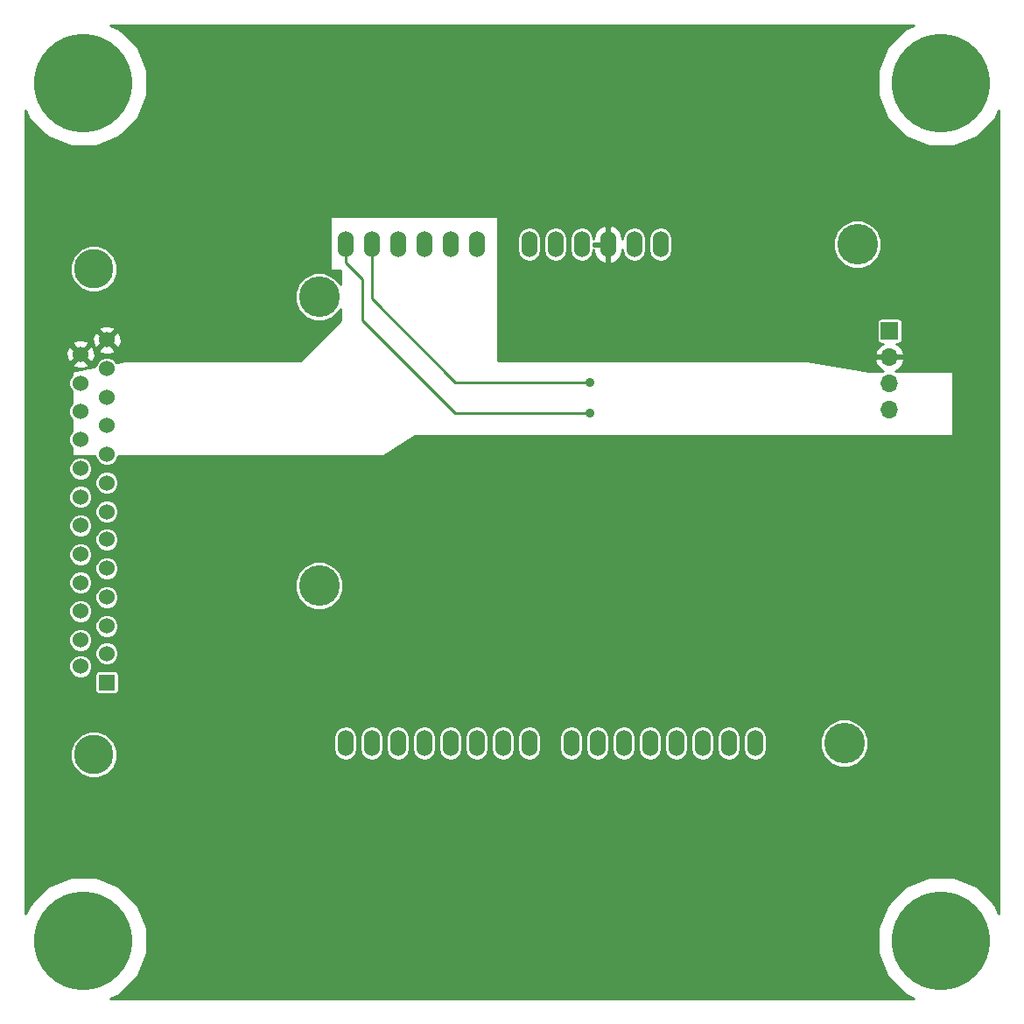
<source format=gbr>
G04 #@! TF.FileFunction,Copper,L1,Top,Signal*
%FSLAX46Y46*%
G04 Gerber Fmt 4.6, Leading zero omitted, Abs format (unit mm)*
G04 Created by KiCad (PCBNEW (after 2015-mar-04 BZR unknown)-product) date 1/31/2017 4:25:07 PM*
%MOMM*%
G01*
G04 APERTURE LIST*
%ADD10C,0.150000*%
%ADD11O,1.524000X2.540000*%
%ADD12C,3.937000*%
%ADD13C,3.810000*%
%ADD14R,1.524000X1.524000*%
%ADD15C,1.524000*%
%ADD16R,1.700000X1.700000*%
%ADD17O,1.700000X1.700000*%
%ADD18C,9.525000*%
%ADD19C,0.889000*%
%ADD20C,0.254000*%
G04 APERTURE END LIST*
D10*
D11*
X41360000Y-31628000D03*
X43900000Y-31628000D03*
X46440000Y-31628000D03*
X54060000Y-31628000D03*
X51520000Y-31628000D03*
X48980000Y-31628000D03*
X59140000Y-31628000D03*
X61680000Y-31628000D03*
X64220000Y-31628000D03*
X69300000Y-31628000D03*
X71840000Y-31628000D03*
X41360000Y-79888000D03*
X43900000Y-79888000D03*
X46440000Y-79888000D03*
X48980000Y-79888000D03*
X51520000Y-79888000D03*
X54060000Y-79888000D03*
X56600000Y-79888000D03*
X59140000Y-79888000D03*
X63204000Y-79888000D03*
X65744000Y-79888000D03*
X68284000Y-79888000D03*
X70824000Y-79888000D03*
X73364000Y-79888000D03*
X75904000Y-79888000D03*
X78444000Y-79888000D03*
X80984000Y-79888000D03*
X66760000Y-31628000D03*
D12*
X38820000Y-36708000D03*
X38820000Y-64648000D03*
X89620000Y-79888000D03*
X90890000Y-31628000D03*
D13*
X17000000Y-34005000D03*
X17000000Y-80995000D03*
D14*
X18270000Y-74010000D03*
D15*
X18270000Y-71216000D03*
X18270000Y-68549000D03*
X18270000Y-65755000D03*
X18270000Y-62961000D03*
X18270000Y-60167000D03*
X18270000Y-57500000D03*
X18270000Y-54706000D03*
X18270000Y-51912000D03*
X18270000Y-49118000D03*
X18270000Y-46451000D03*
X18270000Y-43657000D03*
X18270000Y-40863000D03*
X15730000Y-72435200D03*
X15730000Y-69895200D03*
X15730000Y-67101200D03*
X15730000Y-64358000D03*
X15730000Y-61614800D03*
X15730000Y-58820800D03*
X15730000Y-56077600D03*
X15730000Y-53334400D03*
X15730000Y-50489600D03*
X15730000Y-47797200D03*
X15730000Y-45054000D03*
X15730000Y-42260000D03*
D16*
X94000000Y-40000000D03*
D17*
X94000000Y-42540000D03*
X94000000Y-45080000D03*
X94000000Y-47620000D03*
D18*
X99000000Y-99000000D03*
X16000000Y-99000000D03*
X99000000Y-16000000D03*
X16000000Y-16000000D03*
D19*
X65000000Y-48000000D03*
X65000000Y-45000000D03*
D20*
X41360000Y-31628000D02*
X41360000Y-33360000D01*
X43000000Y-35000000D02*
X43000000Y-39000000D01*
X41360000Y-33360000D02*
X43000000Y-35000000D01*
X43000000Y-39000000D02*
X52000000Y-48000000D01*
X52000000Y-48000000D02*
X65000000Y-48000000D01*
X43900000Y-36900000D02*
X52000000Y-45000000D01*
X52000000Y-45000000D02*
X65000000Y-45000000D01*
X43900000Y-31628000D02*
X43900000Y-36900000D01*
G36*
X104569000Y-96348473D02*
X104224815Y-95515482D01*
X102493632Y-93781275D01*
X100230575Y-92841571D01*
X100127000Y-92841480D01*
X100127000Y-50127000D01*
X100127000Y-43873000D01*
X94587896Y-43873000D01*
X94881358Y-43735183D01*
X95271645Y-43306924D01*
X95441476Y-42896890D01*
X95441476Y-42183110D01*
X95271645Y-41773076D01*
X94881358Y-41344817D01*
X94654894Y-41238464D01*
X94850000Y-41238464D01*
X94995274Y-41210278D01*
X95122956Y-41126404D01*
X95208426Y-40999784D01*
X95238464Y-40850000D01*
X95238464Y-39150000D01*
X95210278Y-39004726D01*
X95126404Y-38877044D01*
X94999784Y-38791574D01*
X94850000Y-38761536D01*
X93239907Y-38761536D01*
X93239907Y-31162706D01*
X92882970Y-30298854D01*
X92222622Y-29637353D01*
X91359395Y-29278909D01*
X90424706Y-29278093D01*
X89560854Y-29635030D01*
X88899353Y-30295378D01*
X88540909Y-31158605D01*
X88540093Y-32093294D01*
X88897030Y-32957146D01*
X89557378Y-33618647D01*
X90420605Y-33977091D01*
X91355294Y-33977907D01*
X92219146Y-33620970D01*
X92880647Y-32960622D01*
X93239091Y-32097395D01*
X93239907Y-31162706D01*
X93239907Y-38761536D01*
X93150000Y-38761536D01*
X93004726Y-38789722D01*
X92877044Y-38873596D01*
X92791574Y-39000216D01*
X92761536Y-39150000D01*
X92761536Y-40850000D01*
X92789722Y-40995274D01*
X92873596Y-41122956D01*
X93000216Y-41208426D01*
X93150000Y-41238464D01*
X93345105Y-41238464D01*
X93118642Y-41344817D01*
X92728355Y-41773076D01*
X92558524Y-42183110D01*
X92679845Y-42413000D01*
X93873000Y-42413000D01*
X93873000Y-42393000D01*
X94127000Y-42393000D01*
X94127000Y-42413000D01*
X95320155Y-42413000D01*
X95441476Y-42183110D01*
X95441476Y-42896890D01*
X95320155Y-42667000D01*
X94127000Y-42667000D01*
X94127000Y-42687000D01*
X93873000Y-42687000D01*
X93873000Y-42667000D01*
X92679845Y-42667000D01*
X92558524Y-42896890D01*
X92728355Y-43306924D01*
X93118642Y-43735183D01*
X93412103Y-43873000D01*
X92010511Y-43873000D01*
X86010511Y-42873000D01*
X72983000Y-42873000D01*
X72983000Y-32168345D01*
X72983000Y-31087655D01*
X72895994Y-30650248D01*
X72648223Y-30279432D01*
X72277407Y-30031661D01*
X71840000Y-29944655D01*
X71402593Y-30031661D01*
X71031777Y-30279432D01*
X70784006Y-30650248D01*
X70697000Y-31087655D01*
X70697000Y-32168345D01*
X70784006Y-32605752D01*
X71031777Y-32976568D01*
X71402593Y-33224339D01*
X71840000Y-33311345D01*
X72277407Y-33224339D01*
X72648223Y-32976568D01*
X72895994Y-32605752D01*
X72983000Y-32168345D01*
X72983000Y-42873000D01*
X70443000Y-42873000D01*
X70443000Y-32168345D01*
X70443000Y-31087655D01*
X70355994Y-30650248D01*
X70108223Y-30279432D01*
X69737407Y-30031661D01*
X69300000Y-29944655D01*
X68862593Y-30031661D01*
X68491777Y-30279432D01*
X68244006Y-30650248D01*
X68157000Y-31087655D01*
X68157000Y-30993000D01*
X68002059Y-30468059D01*
X67658026Y-30042370D01*
X67177277Y-29780740D01*
X67103070Y-29765780D01*
X66887000Y-29888280D01*
X66887000Y-31501000D01*
X66907000Y-31501000D01*
X66907000Y-31755000D01*
X66887000Y-31755000D01*
X66887000Y-33367720D01*
X67103070Y-33490220D01*
X67177277Y-33475260D01*
X67658026Y-33213630D01*
X68002059Y-32787941D01*
X68157000Y-32263000D01*
X68157000Y-32168345D01*
X68244006Y-32605752D01*
X68491777Y-32976568D01*
X68862593Y-33224339D01*
X69300000Y-33311345D01*
X69737407Y-33224339D01*
X70108223Y-32976568D01*
X70355994Y-32605752D01*
X70443000Y-32168345D01*
X70443000Y-42873000D01*
X66633000Y-42873000D01*
X66633000Y-33367720D01*
X66633000Y-31755000D01*
X65363000Y-31755000D01*
X65363000Y-31501000D01*
X66633000Y-31501000D01*
X66633000Y-29888280D01*
X66416930Y-29765780D01*
X66342723Y-29780740D01*
X65861974Y-30042370D01*
X65517941Y-30468059D01*
X65363000Y-30993000D01*
X65363000Y-31087655D01*
X65275994Y-30650248D01*
X65028223Y-30279432D01*
X64657407Y-30031661D01*
X64220000Y-29944655D01*
X63782593Y-30031661D01*
X63411777Y-30279432D01*
X63164006Y-30650248D01*
X63077000Y-31087655D01*
X63077000Y-32168345D01*
X63164006Y-32605752D01*
X63411777Y-32976568D01*
X63782593Y-33224339D01*
X64220000Y-33311345D01*
X64657407Y-33224339D01*
X65028223Y-32976568D01*
X65275994Y-32605752D01*
X65363000Y-32168345D01*
X65363000Y-32263000D01*
X65517941Y-32787941D01*
X65861974Y-33213630D01*
X66342723Y-33475260D01*
X66416930Y-33490220D01*
X66633000Y-33367720D01*
X66633000Y-42873000D01*
X62823000Y-42873000D01*
X62823000Y-32168345D01*
X62823000Y-31087655D01*
X62735994Y-30650248D01*
X62488223Y-30279432D01*
X62117407Y-30031661D01*
X61680000Y-29944655D01*
X61242593Y-30031661D01*
X60871777Y-30279432D01*
X60624006Y-30650248D01*
X60537000Y-31087655D01*
X60537000Y-32168345D01*
X60624006Y-32605752D01*
X60871777Y-32976568D01*
X61242593Y-33224339D01*
X61680000Y-33311345D01*
X62117407Y-33224339D01*
X62488223Y-32976568D01*
X62735994Y-32605752D01*
X62823000Y-32168345D01*
X62823000Y-42873000D01*
X60283000Y-42873000D01*
X60283000Y-32168345D01*
X60283000Y-31087655D01*
X60195994Y-30650248D01*
X59948223Y-30279432D01*
X59577407Y-30031661D01*
X59140000Y-29944655D01*
X58702593Y-30031661D01*
X58331777Y-30279432D01*
X58084006Y-30650248D01*
X57997000Y-31087655D01*
X57997000Y-32168345D01*
X58084006Y-32605752D01*
X58331777Y-32976568D01*
X58702593Y-33224339D01*
X59140000Y-33311345D01*
X59577407Y-33224339D01*
X59948223Y-32976568D01*
X60195994Y-32605752D01*
X60283000Y-32168345D01*
X60283000Y-42873000D01*
X56127000Y-42873000D01*
X56127000Y-28873000D01*
X39873000Y-28873000D01*
X39873000Y-34127000D01*
X40873000Y-34127000D01*
X40873000Y-35524137D01*
X40812970Y-35378854D01*
X40152622Y-34717353D01*
X39289395Y-34358909D01*
X38354706Y-34358093D01*
X37490854Y-34715030D01*
X36829353Y-35375378D01*
X36470909Y-36238605D01*
X36470093Y-37173294D01*
X36827030Y-38037146D01*
X37487378Y-38698647D01*
X38350605Y-39057091D01*
X39285294Y-39057907D01*
X40149146Y-38700970D01*
X40810647Y-38040622D01*
X40873000Y-37890459D01*
X40873000Y-38947395D01*
X36947395Y-42873000D01*
X19987425Y-42873000D01*
X19679144Y-42934656D01*
X19679144Y-41070698D01*
X19651362Y-40515632D01*
X19492397Y-40131857D01*
X19286396Y-40072770D01*
X19286396Y-33552281D01*
X18939106Y-32711777D01*
X18296605Y-32068154D01*
X17456708Y-31719398D01*
X16547281Y-31718604D01*
X15706777Y-32065894D01*
X15063154Y-32708395D01*
X14714398Y-33548292D01*
X14713604Y-34457719D01*
X15060894Y-35298223D01*
X15703395Y-35941846D01*
X16543292Y-36290602D01*
X17452719Y-36291396D01*
X18293223Y-35944106D01*
X18936846Y-35301605D01*
X19285602Y-34461708D01*
X19286396Y-33552281D01*
X19286396Y-40072770D01*
X19250213Y-40062392D01*
X19070608Y-40241997D01*
X19070608Y-39882787D01*
X19001143Y-39640603D01*
X18477698Y-39453856D01*
X17922632Y-39481638D01*
X17538857Y-39640603D01*
X17469392Y-39882787D01*
X18270000Y-40683395D01*
X19070608Y-39882787D01*
X19070608Y-40241997D01*
X18449605Y-40863000D01*
X19250213Y-41663608D01*
X19492397Y-41594143D01*
X19679144Y-41070698D01*
X19679144Y-42934656D01*
X19244204Y-43021644D01*
X19239554Y-43010388D01*
X19070608Y-42841147D01*
X19070608Y-41843213D01*
X18270000Y-41042605D01*
X18090395Y-41222210D01*
X18090395Y-40863000D01*
X17289787Y-40062392D01*
X17047603Y-40131857D01*
X16860856Y-40655302D01*
X16888638Y-41210368D01*
X17047603Y-41594143D01*
X17289787Y-41663608D01*
X18090395Y-40863000D01*
X18090395Y-41222210D01*
X17469392Y-41843213D01*
X17538857Y-42085397D01*
X18062302Y-42272144D01*
X18617368Y-42244362D01*
X19001143Y-42085397D01*
X19070608Y-41843213D01*
X19070608Y-42841147D01*
X18918303Y-42688577D01*
X18498354Y-42514199D01*
X18043641Y-42513802D01*
X17623388Y-42687446D01*
X17301577Y-43008697D01*
X17139144Y-43399879D01*
X17139144Y-42467698D01*
X17111362Y-41912632D01*
X16952397Y-41528857D01*
X16710213Y-41459392D01*
X16530608Y-41638997D01*
X16530608Y-41279787D01*
X16461143Y-41037603D01*
X15937698Y-40850856D01*
X15382632Y-40878638D01*
X14998857Y-41037603D01*
X14929392Y-41279787D01*
X15730000Y-42080395D01*
X16530608Y-41279787D01*
X16530608Y-41638997D01*
X15909605Y-42260000D01*
X16710213Y-43060608D01*
X16952397Y-42991143D01*
X17139144Y-42467698D01*
X17139144Y-43399879D01*
X17127199Y-43428646D01*
X17127184Y-43445048D01*
X16530608Y-43564363D01*
X16530608Y-43240213D01*
X15730000Y-42439605D01*
X15550395Y-42619210D01*
X15550395Y-42260000D01*
X14749787Y-41459392D01*
X14507603Y-41528857D01*
X14320856Y-42052302D01*
X14348638Y-42607368D01*
X14507603Y-42991143D01*
X14749787Y-43060608D01*
X15550395Y-42260000D01*
X15550395Y-42619210D01*
X14929392Y-43240213D01*
X14998857Y-43482397D01*
X15522302Y-43669144D01*
X16077368Y-43641362D01*
X16461143Y-43482397D01*
X16530608Y-43240213D01*
X16530608Y-43564363D01*
X14873000Y-43895885D01*
X14873000Y-44294467D01*
X14761577Y-44405697D01*
X14587199Y-44825646D01*
X14586802Y-45280359D01*
X14760446Y-45700612D01*
X14873000Y-45813362D01*
X14873000Y-47037667D01*
X14761577Y-47148897D01*
X14587199Y-47568846D01*
X14586802Y-48023559D01*
X14760446Y-48443812D01*
X14873000Y-48556562D01*
X14873000Y-49730067D01*
X14761577Y-49841297D01*
X14587199Y-50261246D01*
X14586802Y-50715959D01*
X14760446Y-51136212D01*
X14873000Y-51248962D01*
X14873000Y-52127000D01*
X17126811Y-52127000D01*
X17126802Y-52138359D01*
X17300446Y-52558612D01*
X17621697Y-52880423D01*
X18041646Y-53054801D01*
X18496359Y-53055198D01*
X18916612Y-52881554D01*
X19238423Y-52560303D01*
X19412801Y-52140354D01*
X19412812Y-52127000D01*
X45038453Y-52127000D01*
X48038453Y-50127000D01*
X100127000Y-50127000D01*
X100127000Y-92841480D01*
X97780175Y-92839433D01*
X95515482Y-93775185D01*
X93781275Y-95506368D01*
X92841571Y-97769425D01*
X92839433Y-100219825D01*
X93775185Y-102484518D01*
X95506368Y-104218725D01*
X96349923Y-104569000D01*
X91969907Y-104569000D01*
X91969907Y-79422706D01*
X91612970Y-78558854D01*
X90952622Y-77897353D01*
X90089395Y-77538909D01*
X89154706Y-77538093D01*
X88290854Y-77895030D01*
X87629353Y-78555378D01*
X87270909Y-79418605D01*
X87270093Y-80353294D01*
X87627030Y-81217146D01*
X88287378Y-81878647D01*
X89150605Y-82237091D01*
X90085294Y-82237907D01*
X90949146Y-81880970D01*
X91610647Y-81220622D01*
X91969091Y-80357395D01*
X91969907Y-79422706D01*
X91969907Y-104569000D01*
X82127000Y-104569000D01*
X82127000Y-80428345D01*
X82127000Y-79347655D01*
X82039994Y-78910248D01*
X81792223Y-78539432D01*
X81421407Y-78291661D01*
X80984000Y-78204655D01*
X80546593Y-78291661D01*
X80175777Y-78539432D01*
X79928006Y-78910248D01*
X79841000Y-79347655D01*
X79841000Y-80428345D01*
X79928006Y-80865752D01*
X80175777Y-81236568D01*
X80546593Y-81484339D01*
X80984000Y-81571345D01*
X81421407Y-81484339D01*
X81792223Y-81236568D01*
X82039994Y-80865752D01*
X82127000Y-80428345D01*
X82127000Y-104569000D01*
X79587000Y-104569000D01*
X79587000Y-80428345D01*
X79587000Y-79347655D01*
X79499994Y-78910248D01*
X79252223Y-78539432D01*
X78881407Y-78291661D01*
X78444000Y-78204655D01*
X78006593Y-78291661D01*
X77635777Y-78539432D01*
X77388006Y-78910248D01*
X77301000Y-79347655D01*
X77301000Y-80428345D01*
X77388006Y-80865752D01*
X77635777Y-81236568D01*
X78006593Y-81484339D01*
X78444000Y-81571345D01*
X78881407Y-81484339D01*
X79252223Y-81236568D01*
X79499994Y-80865752D01*
X79587000Y-80428345D01*
X79587000Y-104569000D01*
X77047000Y-104569000D01*
X77047000Y-80428345D01*
X77047000Y-79347655D01*
X76959994Y-78910248D01*
X76712223Y-78539432D01*
X76341407Y-78291661D01*
X75904000Y-78204655D01*
X75466593Y-78291661D01*
X75095777Y-78539432D01*
X74848006Y-78910248D01*
X74761000Y-79347655D01*
X74761000Y-80428345D01*
X74848006Y-80865752D01*
X75095777Y-81236568D01*
X75466593Y-81484339D01*
X75904000Y-81571345D01*
X76341407Y-81484339D01*
X76712223Y-81236568D01*
X76959994Y-80865752D01*
X77047000Y-80428345D01*
X77047000Y-104569000D01*
X74507000Y-104569000D01*
X74507000Y-80428345D01*
X74507000Y-79347655D01*
X74419994Y-78910248D01*
X74172223Y-78539432D01*
X73801407Y-78291661D01*
X73364000Y-78204655D01*
X72926593Y-78291661D01*
X72555777Y-78539432D01*
X72308006Y-78910248D01*
X72221000Y-79347655D01*
X72221000Y-80428345D01*
X72308006Y-80865752D01*
X72555777Y-81236568D01*
X72926593Y-81484339D01*
X73364000Y-81571345D01*
X73801407Y-81484339D01*
X74172223Y-81236568D01*
X74419994Y-80865752D01*
X74507000Y-80428345D01*
X74507000Y-104569000D01*
X71967000Y-104569000D01*
X71967000Y-80428345D01*
X71967000Y-79347655D01*
X71879994Y-78910248D01*
X71632223Y-78539432D01*
X71261407Y-78291661D01*
X70824000Y-78204655D01*
X70386593Y-78291661D01*
X70015777Y-78539432D01*
X69768006Y-78910248D01*
X69681000Y-79347655D01*
X69681000Y-80428345D01*
X69768006Y-80865752D01*
X70015777Y-81236568D01*
X70386593Y-81484339D01*
X70824000Y-81571345D01*
X71261407Y-81484339D01*
X71632223Y-81236568D01*
X71879994Y-80865752D01*
X71967000Y-80428345D01*
X71967000Y-104569000D01*
X69427000Y-104569000D01*
X69427000Y-80428345D01*
X69427000Y-79347655D01*
X69339994Y-78910248D01*
X69092223Y-78539432D01*
X68721407Y-78291661D01*
X68284000Y-78204655D01*
X67846593Y-78291661D01*
X67475777Y-78539432D01*
X67228006Y-78910248D01*
X67141000Y-79347655D01*
X67141000Y-80428345D01*
X67228006Y-80865752D01*
X67475777Y-81236568D01*
X67846593Y-81484339D01*
X68284000Y-81571345D01*
X68721407Y-81484339D01*
X69092223Y-81236568D01*
X69339994Y-80865752D01*
X69427000Y-80428345D01*
X69427000Y-104569000D01*
X66887000Y-104569000D01*
X66887000Y-80428345D01*
X66887000Y-79347655D01*
X66799994Y-78910248D01*
X66552223Y-78539432D01*
X66181407Y-78291661D01*
X65744000Y-78204655D01*
X65306593Y-78291661D01*
X64935777Y-78539432D01*
X64688006Y-78910248D01*
X64601000Y-79347655D01*
X64601000Y-80428345D01*
X64688006Y-80865752D01*
X64935777Y-81236568D01*
X65306593Y-81484339D01*
X65744000Y-81571345D01*
X66181407Y-81484339D01*
X66552223Y-81236568D01*
X66799994Y-80865752D01*
X66887000Y-80428345D01*
X66887000Y-104569000D01*
X64347000Y-104569000D01*
X64347000Y-80428345D01*
X64347000Y-79347655D01*
X64259994Y-78910248D01*
X64012223Y-78539432D01*
X63641407Y-78291661D01*
X63204000Y-78204655D01*
X62766593Y-78291661D01*
X62395777Y-78539432D01*
X62148006Y-78910248D01*
X62061000Y-79347655D01*
X62061000Y-80428345D01*
X62148006Y-80865752D01*
X62395777Y-81236568D01*
X62766593Y-81484339D01*
X63204000Y-81571345D01*
X63641407Y-81484339D01*
X64012223Y-81236568D01*
X64259994Y-80865752D01*
X64347000Y-80428345D01*
X64347000Y-104569000D01*
X60283000Y-104569000D01*
X60283000Y-80428345D01*
X60283000Y-79347655D01*
X60195994Y-78910248D01*
X59948223Y-78539432D01*
X59577407Y-78291661D01*
X59140000Y-78204655D01*
X58702593Y-78291661D01*
X58331777Y-78539432D01*
X58084006Y-78910248D01*
X57997000Y-79347655D01*
X57997000Y-80428345D01*
X58084006Y-80865752D01*
X58331777Y-81236568D01*
X58702593Y-81484339D01*
X59140000Y-81571345D01*
X59577407Y-81484339D01*
X59948223Y-81236568D01*
X60195994Y-80865752D01*
X60283000Y-80428345D01*
X60283000Y-104569000D01*
X57743000Y-104569000D01*
X57743000Y-80428345D01*
X57743000Y-79347655D01*
X57655994Y-78910248D01*
X57408223Y-78539432D01*
X57037407Y-78291661D01*
X56600000Y-78204655D01*
X56162593Y-78291661D01*
X55791777Y-78539432D01*
X55544006Y-78910248D01*
X55457000Y-79347655D01*
X55457000Y-80428345D01*
X55544006Y-80865752D01*
X55791777Y-81236568D01*
X56162593Y-81484339D01*
X56600000Y-81571345D01*
X57037407Y-81484339D01*
X57408223Y-81236568D01*
X57655994Y-80865752D01*
X57743000Y-80428345D01*
X57743000Y-104569000D01*
X55203000Y-104569000D01*
X55203000Y-80428345D01*
X55203000Y-79347655D01*
X55115994Y-78910248D01*
X54868223Y-78539432D01*
X54497407Y-78291661D01*
X54060000Y-78204655D01*
X53622593Y-78291661D01*
X53251777Y-78539432D01*
X53004006Y-78910248D01*
X52917000Y-79347655D01*
X52917000Y-80428345D01*
X53004006Y-80865752D01*
X53251777Y-81236568D01*
X53622593Y-81484339D01*
X54060000Y-81571345D01*
X54497407Y-81484339D01*
X54868223Y-81236568D01*
X55115994Y-80865752D01*
X55203000Y-80428345D01*
X55203000Y-104569000D01*
X52663000Y-104569000D01*
X52663000Y-80428345D01*
X52663000Y-79347655D01*
X52575994Y-78910248D01*
X52328223Y-78539432D01*
X51957407Y-78291661D01*
X51520000Y-78204655D01*
X51082593Y-78291661D01*
X50711777Y-78539432D01*
X50464006Y-78910248D01*
X50377000Y-79347655D01*
X50377000Y-80428345D01*
X50464006Y-80865752D01*
X50711777Y-81236568D01*
X51082593Y-81484339D01*
X51520000Y-81571345D01*
X51957407Y-81484339D01*
X52328223Y-81236568D01*
X52575994Y-80865752D01*
X52663000Y-80428345D01*
X52663000Y-104569000D01*
X50123000Y-104569000D01*
X50123000Y-80428345D01*
X50123000Y-79347655D01*
X50035994Y-78910248D01*
X49788223Y-78539432D01*
X49417407Y-78291661D01*
X48980000Y-78204655D01*
X48542593Y-78291661D01*
X48171777Y-78539432D01*
X47924006Y-78910248D01*
X47837000Y-79347655D01*
X47837000Y-80428345D01*
X47924006Y-80865752D01*
X48171777Y-81236568D01*
X48542593Y-81484339D01*
X48980000Y-81571345D01*
X49417407Y-81484339D01*
X49788223Y-81236568D01*
X50035994Y-80865752D01*
X50123000Y-80428345D01*
X50123000Y-104569000D01*
X47583000Y-104569000D01*
X47583000Y-80428345D01*
X47583000Y-79347655D01*
X47495994Y-78910248D01*
X47248223Y-78539432D01*
X46877407Y-78291661D01*
X46440000Y-78204655D01*
X46002593Y-78291661D01*
X45631777Y-78539432D01*
X45384006Y-78910248D01*
X45297000Y-79347655D01*
X45297000Y-80428345D01*
X45384006Y-80865752D01*
X45631777Y-81236568D01*
X46002593Y-81484339D01*
X46440000Y-81571345D01*
X46877407Y-81484339D01*
X47248223Y-81236568D01*
X47495994Y-80865752D01*
X47583000Y-80428345D01*
X47583000Y-104569000D01*
X45043000Y-104569000D01*
X45043000Y-80428345D01*
X45043000Y-79347655D01*
X44955994Y-78910248D01*
X44708223Y-78539432D01*
X44337407Y-78291661D01*
X43900000Y-78204655D01*
X43462593Y-78291661D01*
X43091777Y-78539432D01*
X42844006Y-78910248D01*
X42757000Y-79347655D01*
X42757000Y-80428345D01*
X42844006Y-80865752D01*
X43091777Y-81236568D01*
X43462593Y-81484339D01*
X43900000Y-81571345D01*
X44337407Y-81484339D01*
X44708223Y-81236568D01*
X44955994Y-80865752D01*
X45043000Y-80428345D01*
X45043000Y-104569000D01*
X42503000Y-104569000D01*
X42503000Y-80428345D01*
X42503000Y-79347655D01*
X42415994Y-78910248D01*
X42168223Y-78539432D01*
X41797407Y-78291661D01*
X41360000Y-78204655D01*
X41169907Y-78242466D01*
X41169907Y-64182706D01*
X40812970Y-63318854D01*
X40152622Y-62657353D01*
X39289395Y-62298909D01*
X38354706Y-62298093D01*
X37490854Y-62655030D01*
X36829353Y-63315378D01*
X36470909Y-64178605D01*
X36470093Y-65113294D01*
X36827030Y-65977146D01*
X37487378Y-66638647D01*
X38350605Y-66997091D01*
X39285294Y-66997907D01*
X40149146Y-66640970D01*
X40810647Y-65980622D01*
X41169091Y-65117395D01*
X41169907Y-64182706D01*
X41169907Y-78242466D01*
X40922593Y-78291661D01*
X40551777Y-78539432D01*
X40304006Y-78910248D01*
X40217000Y-79347655D01*
X40217000Y-80428345D01*
X40304006Y-80865752D01*
X40551777Y-81236568D01*
X40922593Y-81484339D01*
X41360000Y-81571345D01*
X41797407Y-81484339D01*
X42168223Y-81236568D01*
X42415994Y-80865752D01*
X42503000Y-80428345D01*
X42503000Y-104569000D01*
X18651526Y-104569000D01*
X19484518Y-104224815D01*
X21218725Y-102493632D01*
X22158429Y-100230575D01*
X22160567Y-97780175D01*
X21224815Y-95515482D01*
X19493632Y-93781275D01*
X19420464Y-93750892D01*
X19420464Y-74772000D01*
X19420464Y-73248000D01*
X19413198Y-73210550D01*
X19413198Y-70989641D01*
X19413198Y-68322641D01*
X19413198Y-65528641D01*
X19413198Y-62734641D01*
X19413198Y-59940641D01*
X19413198Y-57273641D01*
X19413198Y-54479641D01*
X19239554Y-54059388D01*
X18918303Y-53737577D01*
X18498354Y-53563199D01*
X18043641Y-53562802D01*
X17623388Y-53736446D01*
X17301577Y-54057697D01*
X17127199Y-54477646D01*
X17126802Y-54932359D01*
X17300446Y-55352612D01*
X17621697Y-55674423D01*
X18041646Y-55848801D01*
X18496359Y-55849198D01*
X18916612Y-55675554D01*
X19238423Y-55354303D01*
X19412801Y-54934354D01*
X19413198Y-54479641D01*
X19413198Y-57273641D01*
X19239554Y-56853388D01*
X18918303Y-56531577D01*
X18498354Y-56357199D01*
X18043641Y-56356802D01*
X17623388Y-56530446D01*
X17301577Y-56851697D01*
X17127199Y-57271646D01*
X17126802Y-57726359D01*
X17300446Y-58146612D01*
X17621697Y-58468423D01*
X18041646Y-58642801D01*
X18496359Y-58643198D01*
X18916612Y-58469554D01*
X19238423Y-58148303D01*
X19412801Y-57728354D01*
X19413198Y-57273641D01*
X19413198Y-59940641D01*
X19239554Y-59520388D01*
X18918303Y-59198577D01*
X18498354Y-59024199D01*
X18043641Y-59023802D01*
X17623388Y-59197446D01*
X17301577Y-59518697D01*
X17127199Y-59938646D01*
X17126802Y-60393359D01*
X17300446Y-60813612D01*
X17621697Y-61135423D01*
X18041646Y-61309801D01*
X18496359Y-61310198D01*
X18916612Y-61136554D01*
X19238423Y-60815303D01*
X19412801Y-60395354D01*
X19413198Y-59940641D01*
X19413198Y-62734641D01*
X19239554Y-62314388D01*
X18918303Y-61992577D01*
X18498354Y-61818199D01*
X18043641Y-61817802D01*
X17623388Y-61991446D01*
X17301577Y-62312697D01*
X17127199Y-62732646D01*
X17126802Y-63187359D01*
X17300446Y-63607612D01*
X17621697Y-63929423D01*
X18041646Y-64103801D01*
X18496359Y-64104198D01*
X18916612Y-63930554D01*
X19238423Y-63609303D01*
X19412801Y-63189354D01*
X19413198Y-62734641D01*
X19413198Y-65528641D01*
X19239554Y-65108388D01*
X18918303Y-64786577D01*
X18498354Y-64612199D01*
X18043641Y-64611802D01*
X17623388Y-64785446D01*
X17301577Y-65106697D01*
X17127199Y-65526646D01*
X17126802Y-65981359D01*
X17300446Y-66401612D01*
X17621697Y-66723423D01*
X18041646Y-66897801D01*
X18496359Y-66898198D01*
X18916612Y-66724554D01*
X19238423Y-66403303D01*
X19412801Y-65983354D01*
X19413198Y-65528641D01*
X19413198Y-68322641D01*
X19239554Y-67902388D01*
X18918303Y-67580577D01*
X18498354Y-67406199D01*
X18043641Y-67405802D01*
X17623388Y-67579446D01*
X17301577Y-67900697D01*
X17127199Y-68320646D01*
X17126802Y-68775359D01*
X17300446Y-69195612D01*
X17621697Y-69517423D01*
X18041646Y-69691801D01*
X18496359Y-69692198D01*
X18916612Y-69518554D01*
X19238423Y-69197303D01*
X19412801Y-68777354D01*
X19413198Y-68322641D01*
X19413198Y-70989641D01*
X19239554Y-70569388D01*
X18918303Y-70247577D01*
X18498354Y-70073199D01*
X18043641Y-70072802D01*
X17623388Y-70246446D01*
X17301577Y-70567697D01*
X17127199Y-70987646D01*
X17126802Y-71442359D01*
X17300446Y-71862612D01*
X17621697Y-72184423D01*
X18041646Y-72358801D01*
X18496359Y-72359198D01*
X18916612Y-72185554D01*
X19238423Y-71864303D01*
X19412801Y-71444354D01*
X19413198Y-70989641D01*
X19413198Y-73210550D01*
X19392278Y-73102726D01*
X19308404Y-72975044D01*
X19181784Y-72889574D01*
X19032000Y-72859536D01*
X17508000Y-72859536D01*
X17362726Y-72887722D01*
X17235044Y-72971596D01*
X17149574Y-73098216D01*
X17119536Y-73248000D01*
X17119536Y-74772000D01*
X17147722Y-74917274D01*
X17231596Y-75044956D01*
X17358216Y-75130426D01*
X17508000Y-75160464D01*
X19032000Y-75160464D01*
X19177274Y-75132278D01*
X19304956Y-75048404D01*
X19390426Y-74921784D01*
X19420464Y-74772000D01*
X19420464Y-93750892D01*
X19286396Y-93695223D01*
X19286396Y-80542281D01*
X18939106Y-79701777D01*
X18296605Y-79058154D01*
X17456708Y-78709398D01*
X16873198Y-78708888D01*
X16873198Y-72208841D01*
X16873198Y-69668841D01*
X16873198Y-66874841D01*
X16873198Y-64131641D01*
X16873198Y-61388441D01*
X16873198Y-58594441D01*
X16873198Y-55851241D01*
X16873198Y-53108041D01*
X16699554Y-52687788D01*
X16378303Y-52365977D01*
X15958354Y-52191599D01*
X15503641Y-52191202D01*
X15083388Y-52364846D01*
X14761577Y-52686097D01*
X14587199Y-53106046D01*
X14586802Y-53560759D01*
X14760446Y-53981012D01*
X15081697Y-54302823D01*
X15501646Y-54477201D01*
X15956359Y-54477598D01*
X16376612Y-54303954D01*
X16698423Y-53982703D01*
X16872801Y-53562754D01*
X16873198Y-53108041D01*
X16873198Y-55851241D01*
X16699554Y-55430988D01*
X16378303Y-55109177D01*
X15958354Y-54934799D01*
X15503641Y-54934402D01*
X15083388Y-55108046D01*
X14761577Y-55429297D01*
X14587199Y-55849246D01*
X14586802Y-56303959D01*
X14760446Y-56724212D01*
X15081697Y-57046023D01*
X15501646Y-57220401D01*
X15956359Y-57220798D01*
X16376612Y-57047154D01*
X16698423Y-56725903D01*
X16872801Y-56305954D01*
X16873198Y-55851241D01*
X16873198Y-58594441D01*
X16699554Y-58174188D01*
X16378303Y-57852377D01*
X15958354Y-57677999D01*
X15503641Y-57677602D01*
X15083388Y-57851246D01*
X14761577Y-58172497D01*
X14587199Y-58592446D01*
X14586802Y-59047159D01*
X14760446Y-59467412D01*
X15081697Y-59789223D01*
X15501646Y-59963601D01*
X15956359Y-59963998D01*
X16376612Y-59790354D01*
X16698423Y-59469103D01*
X16872801Y-59049154D01*
X16873198Y-58594441D01*
X16873198Y-61388441D01*
X16699554Y-60968188D01*
X16378303Y-60646377D01*
X15958354Y-60471999D01*
X15503641Y-60471602D01*
X15083388Y-60645246D01*
X14761577Y-60966497D01*
X14587199Y-61386446D01*
X14586802Y-61841159D01*
X14760446Y-62261412D01*
X15081697Y-62583223D01*
X15501646Y-62757601D01*
X15956359Y-62757998D01*
X16376612Y-62584354D01*
X16698423Y-62263103D01*
X16872801Y-61843154D01*
X16873198Y-61388441D01*
X16873198Y-64131641D01*
X16699554Y-63711388D01*
X16378303Y-63389577D01*
X15958354Y-63215199D01*
X15503641Y-63214802D01*
X15083388Y-63388446D01*
X14761577Y-63709697D01*
X14587199Y-64129646D01*
X14586802Y-64584359D01*
X14760446Y-65004612D01*
X15081697Y-65326423D01*
X15501646Y-65500801D01*
X15956359Y-65501198D01*
X16376612Y-65327554D01*
X16698423Y-65006303D01*
X16872801Y-64586354D01*
X16873198Y-64131641D01*
X16873198Y-66874841D01*
X16699554Y-66454588D01*
X16378303Y-66132777D01*
X15958354Y-65958399D01*
X15503641Y-65958002D01*
X15083388Y-66131646D01*
X14761577Y-66452897D01*
X14587199Y-66872846D01*
X14586802Y-67327559D01*
X14760446Y-67747812D01*
X15081697Y-68069623D01*
X15501646Y-68244001D01*
X15956359Y-68244398D01*
X16376612Y-68070754D01*
X16698423Y-67749503D01*
X16872801Y-67329554D01*
X16873198Y-66874841D01*
X16873198Y-69668841D01*
X16699554Y-69248588D01*
X16378303Y-68926777D01*
X15958354Y-68752399D01*
X15503641Y-68752002D01*
X15083388Y-68925646D01*
X14761577Y-69246897D01*
X14587199Y-69666846D01*
X14586802Y-70121559D01*
X14760446Y-70541812D01*
X15081697Y-70863623D01*
X15501646Y-71038001D01*
X15956359Y-71038398D01*
X16376612Y-70864754D01*
X16698423Y-70543503D01*
X16872801Y-70123554D01*
X16873198Y-69668841D01*
X16873198Y-72208841D01*
X16699554Y-71788588D01*
X16378303Y-71466777D01*
X15958354Y-71292399D01*
X15503641Y-71292002D01*
X15083388Y-71465646D01*
X14761577Y-71786897D01*
X14587199Y-72206846D01*
X14586802Y-72661559D01*
X14760446Y-73081812D01*
X15081697Y-73403623D01*
X15501646Y-73578001D01*
X15956359Y-73578398D01*
X16376612Y-73404754D01*
X16698423Y-73083503D01*
X16872801Y-72663554D01*
X16873198Y-72208841D01*
X16873198Y-78708888D01*
X16547281Y-78708604D01*
X15706777Y-79055894D01*
X15063154Y-79698395D01*
X14714398Y-80538292D01*
X14713604Y-81447719D01*
X15060894Y-82288223D01*
X15703395Y-82931846D01*
X16543292Y-83280602D01*
X17452719Y-83281396D01*
X18293223Y-82934106D01*
X18936846Y-82291605D01*
X19285602Y-81451708D01*
X19286396Y-80542281D01*
X19286396Y-93695223D01*
X17230575Y-92841571D01*
X14780175Y-92839433D01*
X12515482Y-93775185D01*
X10781275Y-95506368D01*
X10431000Y-96349923D01*
X10431000Y-18651526D01*
X10775185Y-19484518D01*
X12506368Y-21218725D01*
X14769425Y-22158429D01*
X17219825Y-22160567D01*
X19484518Y-21224815D01*
X21218725Y-19493632D01*
X22158429Y-17230575D01*
X22160567Y-14780175D01*
X21224815Y-12515482D01*
X19493632Y-10781275D01*
X18650076Y-10431000D01*
X96348473Y-10431000D01*
X95515482Y-10775185D01*
X93781275Y-12506368D01*
X92841571Y-14769425D01*
X92839433Y-17219825D01*
X93775185Y-19484518D01*
X95506368Y-21218725D01*
X97769425Y-22158429D01*
X100219825Y-22160567D01*
X102484518Y-21224815D01*
X104218725Y-19493632D01*
X104569000Y-18650076D01*
X104569000Y-96348473D01*
X104569000Y-96348473D01*
G37*
X104569000Y-96348473D02*
X104224815Y-95515482D01*
X102493632Y-93781275D01*
X100230575Y-92841571D01*
X100127000Y-92841480D01*
X100127000Y-50127000D01*
X100127000Y-43873000D01*
X94587896Y-43873000D01*
X94881358Y-43735183D01*
X95271645Y-43306924D01*
X95441476Y-42896890D01*
X95441476Y-42183110D01*
X95271645Y-41773076D01*
X94881358Y-41344817D01*
X94654894Y-41238464D01*
X94850000Y-41238464D01*
X94995274Y-41210278D01*
X95122956Y-41126404D01*
X95208426Y-40999784D01*
X95238464Y-40850000D01*
X95238464Y-39150000D01*
X95210278Y-39004726D01*
X95126404Y-38877044D01*
X94999784Y-38791574D01*
X94850000Y-38761536D01*
X93239907Y-38761536D01*
X93239907Y-31162706D01*
X92882970Y-30298854D01*
X92222622Y-29637353D01*
X91359395Y-29278909D01*
X90424706Y-29278093D01*
X89560854Y-29635030D01*
X88899353Y-30295378D01*
X88540909Y-31158605D01*
X88540093Y-32093294D01*
X88897030Y-32957146D01*
X89557378Y-33618647D01*
X90420605Y-33977091D01*
X91355294Y-33977907D01*
X92219146Y-33620970D01*
X92880647Y-32960622D01*
X93239091Y-32097395D01*
X93239907Y-31162706D01*
X93239907Y-38761536D01*
X93150000Y-38761536D01*
X93004726Y-38789722D01*
X92877044Y-38873596D01*
X92791574Y-39000216D01*
X92761536Y-39150000D01*
X92761536Y-40850000D01*
X92789722Y-40995274D01*
X92873596Y-41122956D01*
X93000216Y-41208426D01*
X93150000Y-41238464D01*
X93345105Y-41238464D01*
X93118642Y-41344817D01*
X92728355Y-41773076D01*
X92558524Y-42183110D01*
X92679845Y-42413000D01*
X93873000Y-42413000D01*
X93873000Y-42393000D01*
X94127000Y-42393000D01*
X94127000Y-42413000D01*
X95320155Y-42413000D01*
X95441476Y-42183110D01*
X95441476Y-42896890D01*
X95320155Y-42667000D01*
X94127000Y-42667000D01*
X94127000Y-42687000D01*
X93873000Y-42687000D01*
X93873000Y-42667000D01*
X92679845Y-42667000D01*
X92558524Y-42896890D01*
X92728355Y-43306924D01*
X93118642Y-43735183D01*
X93412103Y-43873000D01*
X92010511Y-43873000D01*
X86010511Y-42873000D01*
X72983000Y-42873000D01*
X72983000Y-32168345D01*
X72983000Y-31087655D01*
X72895994Y-30650248D01*
X72648223Y-30279432D01*
X72277407Y-30031661D01*
X71840000Y-29944655D01*
X71402593Y-30031661D01*
X71031777Y-30279432D01*
X70784006Y-30650248D01*
X70697000Y-31087655D01*
X70697000Y-32168345D01*
X70784006Y-32605752D01*
X71031777Y-32976568D01*
X71402593Y-33224339D01*
X71840000Y-33311345D01*
X72277407Y-33224339D01*
X72648223Y-32976568D01*
X72895994Y-32605752D01*
X72983000Y-32168345D01*
X72983000Y-42873000D01*
X70443000Y-42873000D01*
X70443000Y-32168345D01*
X70443000Y-31087655D01*
X70355994Y-30650248D01*
X70108223Y-30279432D01*
X69737407Y-30031661D01*
X69300000Y-29944655D01*
X68862593Y-30031661D01*
X68491777Y-30279432D01*
X68244006Y-30650248D01*
X68157000Y-31087655D01*
X68157000Y-30993000D01*
X68002059Y-30468059D01*
X67658026Y-30042370D01*
X67177277Y-29780740D01*
X67103070Y-29765780D01*
X66887000Y-29888280D01*
X66887000Y-31501000D01*
X66907000Y-31501000D01*
X66907000Y-31755000D01*
X66887000Y-31755000D01*
X66887000Y-33367720D01*
X67103070Y-33490220D01*
X67177277Y-33475260D01*
X67658026Y-33213630D01*
X68002059Y-32787941D01*
X68157000Y-32263000D01*
X68157000Y-32168345D01*
X68244006Y-32605752D01*
X68491777Y-32976568D01*
X68862593Y-33224339D01*
X69300000Y-33311345D01*
X69737407Y-33224339D01*
X70108223Y-32976568D01*
X70355994Y-32605752D01*
X70443000Y-32168345D01*
X70443000Y-42873000D01*
X66633000Y-42873000D01*
X66633000Y-33367720D01*
X66633000Y-31755000D01*
X65363000Y-31755000D01*
X65363000Y-31501000D01*
X66633000Y-31501000D01*
X66633000Y-29888280D01*
X66416930Y-29765780D01*
X66342723Y-29780740D01*
X65861974Y-30042370D01*
X65517941Y-30468059D01*
X65363000Y-30993000D01*
X65363000Y-31087655D01*
X65275994Y-30650248D01*
X65028223Y-30279432D01*
X64657407Y-30031661D01*
X64220000Y-29944655D01*
X63782593Y-30031661D01*
X63411777Y-30279432D01*
X63164006Y-30650248D01*
X63077000Y-31087655D01*
X63077000Y-32168345D01*
X63164006Y-32605752D01*
X63411777Y-32976568D01*
X63782593Y-33224339D01*
X64220000Y-33311345D01*
X64657407Y-33224339D01*
X65028223Y-32976568D01*
X65275994Y-32605752D01*
X65363000Y-32168345D01*
X65363000Y-32263000D01*
X65517941Y-32787941D01*
X65861974Y-33213630D01*
X66342723Y-33475260D01*
X66416930Y-33490220D01*
X66633000Y-33367720D01*
X66633000Y-42873000D01*
X62823000Y-42873000D01*
X62823000Y-32168345D01*
X62823000Y-31087655D01*
X62735994Y-30650248D01*
X62488223Y-30279432D01*
X62117407Y-30031661D01*
X61680000Y-29944655D01*
X61242593Y-30031661D01*
X60871777Y-30279432D01*
X60624006Y-30650248D01*
X60537000Y-31087655D01*
X60537000Y-32168345D01*
X60624006Y-32605752D01*
X60871777Y-32976568D01*
X61242593Y-33224339D01*
X61680000Y-33311345D01*
X62117407Y-33224339D01*
X62488223Y-32976568D01*
X62735994Y-32605752D01*
X62823000Y-32168345D01*
X62823000Y-42873000D01*
X60283000Y-42873000D01*
X60283000Y-32168345D01*
X60283000Y-31087655D01*
X60195994Y-30650248D01*
X59948223Y-30279432D01*
X59577407Y-30031661D01*
X59140000Y-29944655D01*
X58702593Y-30031661D01*
X58331777Y-30279432D01*
X58084006Y-30650248D01*
X57997000Y-31087655D01*
X57997000Y-32168345D01*
X58084006Y-32605752D01*
X58331777Y-32976568D01*
X58702593Y-33224339D01*
X59140000Y-33311345D01*
X59577407Y-33224339D01*
X59948223Y-32976568D01*
X60195994Y-32605752D01*
X60283000Y-32168345D01*
X60283000Y-42873000D01*
X56127000Y-42873000D01*
X56127000Y-28873000D01*
X39873000Y-28873000D01*
X39873000Y-34127000D01*
X40873000Y-34127000D01*
X40873000Y-35524137D01*
X40812970Y-35378854D01*
X40152622Y-34717353D01*
X39289395Y-34358909D01*
X38354706Y-34358093D01*
X37490854Y-34715030D01*
X36829353Y-35375378D01*
X36470909Y-36238605D01*
X36470093Y-37173294D01*
X36827030Y-38037146D01*
X37487378Y-38698647D01*
X38350605Y-39057091D01*
X39285294Y-39057907D01*
X40149146Y-38700970D01*
X40810647Y-38040622D01*
X40873000Y-37890459D01*
X40873000Y-38947395D01*
X36947395Y-42873000D01*
X19987425Y-42873000D01*
X19679144Y-42934656D01*
X19679144Y-41070698D01*
X19651362Y-40515632D01*
X19492397Y-40131857D01*
X19286396Y-40072770D01*
X19286396Y-33552281D01*
X18939106Y-32711777D01*
X18296605Y-32068154D01*
X17456708Y-31719398D01*
X16547281Y-31718604D01*
X15706777Y-32065894D01*
X15063154Y-32708395D01*
X14714398Y-33548292D01*
X14713604Y-34457719D01*
X15060894Y-35298223D01*
X15703395Y-35941846D01*
X16543292Y-36290602D01*
X17452719Y-36291396D01*
X18293223Y-35944106D01*
X18936846Y-35301605D01*
X19285602Y-34461708D01*
X19286396Y-33552281D01*
X19286396Y-40072770D01*
X19250213Y-40062392D01*
X19070608Y-40241997D01*
X19070608Y-39882787D01*
X19001143Y-39640603D01*
X18477698Y-39453856D01*
X17922632Y-39481638D01*
X17538857Y-39640603D01*
X17469392Y-39882787D01*
X18270000Y-40683395D01*
X19070608Y-39882787D01*
X19070608Y-40241997D01*
X18449605Y-40863000D01*
X19250213Y-41663608D01*
X19492397Y-41594143D01*
X19679144Y-41070698D01*
X19679144Y-42934656D01*
X19244204Y-43021644D01*
X19239554Y-43010388D01*
X19070608Y-42841147D01*
X19070608Y-41843213D01*
X18270000Y-41042605D01*
X18090395Y-41222210D01*
X18090395Y-40863000D01*
X17289787Y-40062392D01*
X17047603Y-40131857D01*
X16860856Y-40655302D01*
X16888638Y-41210368D01*
X17047603Y-41594143D01*
X17289787Y-41663608D01*
X18090395Y-40863000D01*
X18090395Y-41222210D01*
X17469392Y-41843213D01*
X17538857Y-42085397D01*
X18062302Y-42272144D01*
X18617368Y-42244362D01*
X19001143Y-42085397D01*
X19070608Y-41843213D01*
X19070608Y-42841147D01*
X18918303Y-42688577D01*
X18498354Y-42514199D01*
X18043641Y-42513802D01*
X17623388Y-42687446D01*
X17301577Y-43008697D01*
X17139144Y-43399879D01*
X17139144Y-42467698D01*
X17111362Y-41912632D01*
X16952397Y-41528857D01*
X16710213Y-41459392D01*
X16530608Y-41638997D01*
X16530608Y-41279787D01*
X16461143Y-41037603D01*
X15937698Y-40850856D01*
X15382632Y-40878638D01*
X14998857Y-41037603D01*
X14929392Y-41279787D01*
X15730000Y-42080395D01*
X16530608Y-41279787D01*
X16530608Y-41638997D01*
X15909605Y-42260000D01*
X16710213Y-43060608D01*
X16952397Y-42991143D01*
X17139144Y-42467698D01*
X17139144Y-43399879D01*
X17127199Y-43428646D01*
X17127184Y-43445048D01*
X16530608Y-43564363D01*
X16530608Y-43240213D01*
X15730000Y-42439605D01*
X15550395Y-42619210D01*
X15550395Y-42260000D01*
X14749787Y-41459392D01*
X14507603Y-41528857D01*
X14320856Y-42052302D01*
X14348638Y-42607368D01*
X14507603Y-42991143D01*
X14749787Y-43060608D01*
X15550395Y-42260000D01*
X15550395Y-42619210D01*
X14929392Y-43240213D01*
X14998857Y-43482397D01*
X15522302Y-43669144D01*
X16077368Y-43641362D01*
X16461143Y-43482397D01*
X16530608Y-43240213D01*
X16530608Y-43564363D01*
X14873000Y-43895885D01*
X14873000Y-44294467D01*
X14761577Y-44405697D01*
X14587199Y-44825646D01*
X14586802Y-45280359D01*
X14760446Y-45700612D01*
X14873000Y-45813362D01*
X14873000Y-47037667D01*
X14761577Y-47148897D01*
X14587199Y-47568846D01*
X14586802Y-48023559D01*
X14760446Y-48443812D01*
X14873000Y-48556562D01*
X14873000Y-49730067D01*
X14761577Y-49841297D01*
X14587199Y-50261246D01*
X14586802Y-50715959D01*
X14760446Y-51136212D01*
X14873000Y-51248962D01*
X14873000Y-52127000D01*
X17126811Y-52127000D01*
X17126802Y-52138359D01*
X17300446Y-52558612D01*
X17621697Y-52880423D01*
X18041646Y-53054801D01*
X18496359Y-53055198D01*
X18916612Y-52881554D01*
X19238423Y-52560303D01*
X19412801Y-52140354D01*
X19412812Y-52127000D01*
X45038453Y-52127000D01*
X48038453Y-50127000D01*
X100127000Y-50127000D01*
X100127000Y-92841480D01*
X97780175Y-92839433D01*
X95515482Y-93775185D01*
X93781275Y-95506368D01*
X92841571Y-97769425D01*
X92839433Y-100219825D01*
X93775185Y-102484518D01*
X95506368Y-104218725D01*
X96349923Y-104569000D01*
X91969907Y-104569000D01*
X91969907Y-79422706D01*
X91612970Y-78558854D01*
X90952622Y-77897353D01*
X90089395Y-77538909D01*
X89154706Y-77538093D01*
X88290854Y-77895030D01*
X87629353Y-78555378D01*
X87270909Y-79418605D01*
X87270093Y-80353294D01*
X87627030Y-81217146D01*
X88287378Y-81878647D01*
X89150605Y-82237091D01*
X90085294Y-82237907D01*
X90949146Y-81880970D01*
X91610647Y-81220622D01*
X91969091Y-80357395D01*
X91969907Y-79422706D01*
X91969907Y-104569000D01*
X82127000Y-104569000D01*
X82127000Y-80428345D01*
X82127000Y-79347655D01*
X82039994Y-78910248D01*
X81792223Y-78539432D01*
X81421407Y-78291661D01*
X80984000Y-78204655D01*
X80546593Y-78291661D01*
X80175777Y-78539432D01*
X79928006Y-78910248D01*
X79841000Y-79347655D01*
X79841000Y-80428345D01*
X79928006Y-80865752D01*
X80175777Y-81236568D01*
X80546593Y-81484339D01*
X80984000Y-81571345D01*
X81421407Y-81484339D01*
X81792223Y-81236568D01*
X82039994Y-80865752D01*
X82127000Y-80428345D01*
X82127000Y-104569000D01*
X79587000Y-104569000D01*
X79587000Y-80428345D01*
X79587000Y-79347655D01*
X79499994Y-78910248D01*
X79252223Y-78539432D01*
X78881407Y-78291661D01*
X78444000Y-78204655D01*
X78006593Y-78291661D01*
X77635777Y-78539432D01*
X77388006Y-78910248D01*
X77301000Y-79347655D01*
X77301000Y-80428345D01*
X77388006Y-80865752D01*
X77635777Y-81236568D01*
X78006593Y-81484339D01*
X78444000Y-81571345D01*
X78881407Y-81484339D01*
X79252223Y-81236568D01*
X79499994Y-80865752D01*
X79587000Y-80428345D01*
X79587000Y-104569000D01*
X77047000Y-104569000D01*
X77047000Y-80428345D01*
X77047000Y-79347655D01*
X76959994Y-78910248D01*
X76712223Y-78539432D01*
X76341407Y-78291661D01*
X75904000Y-78204655D01*
X75466593Y-78291661D01*
X75095777Y-78539432D01*
X74848006Y-78910248D01*
X74761000Y-79347655D01*
X74761000Y-80428345D01*
X74848006Y-80865752D01*
X75095777Y-81236568D01*
X75466593Y-81484339D01*
X75904000Y-81571345D01*
X76341407Y-81484339D01*
X76712223Y-81236568D01*
X76959994Y-80865752D01*
X77047000Y-80428345D01*
X77047000Y-104569000D01*
X74507000Y-104569000D01*
X74507000Y-80428345D01*
X74507000Y-79347655D01*
X74419994Y-78910248D01*
X74172223Y-78539432D01*
X73801407Y-78291661D01*
X73364000Y-78204655D01*
X72926593Y-78291661D01*
X72555777Y-78539432D01*
X72308006Y-78910248D01*
X72221000Y-79347655D01*
X72221000Y-80428345D01*
X72308006Y-80865752D01*
X72555777Y-81236568D01*
X72926593Y-81484339D01*
X73364000Y-81571345D01*
X73801407Y-81484339D01*
X74172223Y-81236568D01*
X74419994Y-80865752D01*
X74507000Y-80428345D01*
X74507000Y-104569000D01*
X71967000Y-104569000D01*
X71967000Y-80428345D01*
X71967000Y-79347655D01*
X71879994Y-78910248D01*
X71632223Y-78539432D01*
X71261407Y-78291661D01*
X70824000Y-78204655D01*
X70386593Y-78291661D01*
X70015777Y-78539432D01*
X69768006Y-78910248D01*
X69681000Y-79347655D01*
X69681000Y-80428345D01*
X69768006Y-80865752D01*
X70015777Y-81236568D01*
X70386593Y-81484339D01*
X70824000Y-81571345D01*
X71261407Y-81484339D01*
X71632223Y-81236568D01*
X71879994Y-80865752D01*
X71967000Y-80428345D01*
X71967000Y-104569000D01*
X69427000Y-104569000D01*
X69427000Y-80428345D01*
X69427000Y-79347655D01*
X69339994Y-78910248D01*
X69092223Y-78539432D01*
X68721407Y-78291661D01*
X68284000Y-78204655D01*
X67846593Y-78291661D01*
X67475777Y-78539432D01*
X67228006Y-78910248D01*
X67141000Y-79347655D01*
X67141000Y-80428345D01*
X67228006Y-80865752D01*
X67475777Y-81236568D01*
X67846593Y-81484339D01*
X68284000Y-81571345D01*
X68721407Y-81484339D01*
X69092223Y-81236568D01*
X69339994Y-80865752D01*
X69427000Y-80428345D01*
X69427000Y-104569000D01*
X66887000Y-104569000D01*
X66887000Y-80428345D01*
X66887000Y-79347655D01*
X66799994Y-78910248D01*
X66552223Y-78539432D01*
X66181407Y-78291661D01*
X65744000Y-78204655D01*
X65306593Y-78291661D01*
X64935777Y-78539432D01*
X64688006Y-78910248D01*
X64601000Y-79347655D01*
X64601000Y-80428345D01*
X64688006Y-80865752D01*
X64935777Y-81236568D01*
X65306593Y-81484339D01*
X65744000Y-81571345D01*
X66181407Y-81484339D01*
X66552223Y-81236568D01*
X66799994Y-80865752D01*
X66887000Y-80428345D01*
X66887000Y-104569000D01*
X64347000Y-104569000D01*
X64347000Y-80428345D01*
X64347000Y-79347655D01*
X64259994Y-78910248D01*
X64012223Y-78539432D01*
X63641407Y-78291661D01*
X63204000Y-78204655D01*
X62766593Y-78291661D01*
X62395777Y-78539432D01*
X62148006Y-78910248D01*
X62061000Y-79347655D01*
X62061000Y-80428345D01*
X62148006Y-80865752D01*
X62395777Y-81236568D01*
X62766593Y-81484339D01*
X63204000Y-81571345D01*
X63641407Y-81484339D01*
X64012223Y-81236568D01*
X64259994Y-80865752D01*
X64347000Y-80428345D01*
X64347000Y-104569000D01*
X60283000Y-104569000D01*
X60283000Y-80428345D01*
X60283000Y-79347655D01*
X60195994Y-78910248D01*
X59948223Y-78539432D01*
X59577407Y-78291661D01*
X59140000Y-78204655D01*
X58702593Y-78291661D01*
X58331777Y-78539432D01*
X58084006Y-78910248D01*
X57997000Y-79347655D01*
X57997000Y-80428345D01*
X58084006Y-80865752D01*
X58331777Y-81236568D01*
X58702593Y-81484339D01*
X59140000Y-81571345D01*
X59577407Y-81484339D01*
X59948223Y-81236568D01*
X60195994Y-80865752D01*
X60283000Y-80428345D01*
X60283000Y-104569000D01*
X57743000Y-104569000D01*
X57743000Y-80428345D01*
X57743000Y-79347655D01*
X57655994Y-78910248D01*
X57408223Y-78539432D01*
X57037407Y-78291661D01*
X56600000Y-78204655D01*
X56162593Y-78291661D01*
X55791777Y-78539432D01*
X55544006Y-78910248D01*
X55457000Y-79347655D01*
X55457000Y-80428345D01*
X55544006Y-80865752D01*
X55791777Y-81236568D01*
X56162593Y-81484339D01*
X56600000Y-81571345D01*
X57037407Y-81484339D01*
X57408223Y-81236568D01*
X57655994Y-80865752D01*
X57743000Y-80428345D01*
X57743000Y-104569000D01*
X55203000Y-104569000D01*
X55203000Y-80428345D01*
X55203000Y-79347655D01*
X55115994Y-78910248D01*
X54868223Y-78539432D01*
X54497407Y-78291661D01*
X54060000Y-78204655D01*
X53622593Y-78291661D01*
X53251777Y-78539432D01*
X53004006Y-78910248D01*
X52917000Y-79347655D01*
X52917000Y-80428345D01*
X53004006Y-80865752D01*
X53251777Y-81236568D01*
X53622593Y-81484339D01*
X54060000Y-81571345D01*
X54497407Y-81484339D01*
X54868223Y-81236568D01*
X55115994Y-80865752D01*
X55203000Y-80428345D01*
X55203000Y-104569000D01*
X52663000Y-104569000D01*
X52663000Y-80428345D01*
X52663000Y-79347655D01*
X52575994Y-78910248D01*
X52328223Y-78539432D01*
X51957407Y-78291661D01*
X51520000Y-78204655D01*
X51082593Y-78291661D01*
X50711777Y-78539432D01*
X50464006Y-78910248D01*
X50377000Y-79347655D01*
X50377000Y-80428345D01*
X50464006Y-80865752D01*
X50711777Y-81236568D01*
X51082593Y-81484339D01*
X51520000Y-81571345D01*
X51957407Y-81484339D01*
X52328223Y-81236568D01*
X52575994Y-80865752D01*
X52663000Y-80428345D01*
X52663000Y-104569000D01*
X50123000Y-104569000D01*
X50123000Y-80428345D01*
X50123000Y-79347655D01*
X50035994Y-78910248D01*
X49788223Y-78539432D01*
X49417407Y-78291661D01*
X48980000Y-78204655D01*
X48542593Y-78291661D01*
X48171777Y-78539432D01*
X47924006Y-78910248D01*
X47837000Y-79347655D01*
X47837000Y-80428345D01*
X47924006Y-80865752D01*
X48171777Y-81236568D01*
X48542593Y-81484339D01*
X48980000Y-81571345D01*
X49417407Y-81484339D01*
X49788223Y-81236568D01*
X50035994Y-80865752D01*
X50123000Y-80428345D01*
X50123000Y-104569000D01*
X47583000Y-104569000D01*
X47583000Y-80428345D01*
X47583000Y-79347655D01*
X47495994Y-78910248D01*
X47248223Y-78539432D01*
X46877407Y-78291661D01*
X46440000Y-78204655D01*
X46002593Y-78291661D01*
X45631777Y-78539432D01*
X45384006Y-78910248D01*
X45297000Y-79347655D01*
X45297000Y-80428345D01*
X45384006Y-80865752D01*
X45631777Y-81236568D01*
X46002593Y-81484339D01*
X46440000Y-81571345D01*
X46877407Y-81484339D01*
X47248223Y-81236568D01*
X47495994Y-80865752D01*
X47583000Y-80428345D01*
X47583000Y-104569000D01*
X45043000Y-104569000D01*
X45043000Y-80428345D01*
X45043000Y-79347655D01*
X44955994Y-78910248D01*
X44708223Y-78539432D01*
X44337407Y-78291661D01*
X43900000Y-78204655D01*
X43462593Y-78291661D01*
X43091777Y-78539432D01*
X42844006Y-78910248D01*
X42757000Y-79347655D01*
X42757000Y-80428345D01*
X42844006Y-80865752D01*
X43091777Y-81236568D01*
X43462593Y-81484339D01*
X43900000Y-81571345D01*
X44337407Y-81484339D01*
X44708223Y-81236568D01*
X44955994Y-80865752D01*
X45043000Y-80428345D01*
X45043000Y-104569000D01*
X42503000Y-104569000D01*
X42503000Y-80428345D01*
X42503000Y-79347655D01*
X42415994Y-78910248D01*
X42168223Y-78539432D01*
X41797407Y-78291661D01*
X41360000Y-78204655D01*
X41169907Y-78242466D01*
X41169907Y-64182706D01*
X40812970Y-63318854D01*
X40152622Y-62657353D01*
X39289395Y-62298909D01*
X38354706Y-62298093D01*
X37490854Y-62655030D01*
X36829353Y-63315378D01*
X36470909Y-64178605D01*
X36470093Y-65113294D01*
X36827030Y-65977146D01*
X37487378Y-66638647D01*
X38350605Y-66997091D01*
X39285294Y-66997907D01*
X40149146Y-66640970D01*
X40810647Y-65980622D01*
X41169091Y-65117395D01*
X41169907Y-64182706D01*
X41169907Y-78242466D01*
X40922593Y-78291661D01*
X40551777Y-78539432D01*
X40304006Y-78910248D01*
X40217000Y-79347655D01*
X40217000Y-80428345D01*
X40304006Y-80865752D01*
X40551777Y-81236568D01*
X40922593Y-81484339D01*
X41360000Y-81571345D01*
X41797407Y-81484339D01*
X42168223Y-81236568D01*
X42415994Y-80865752D01*
X42503000Y-80428345D01*
X42503000Y-104569000D01*
X18651526Y-104569000D01*
X19484518Y-104224815D01*
X21218725Y-102493632D01*
X22158429Y-100230575D01*
X22160567Y-97780175D01*
X21224815Y-95515482D01*
X19493632Y-93781275D01*
X19420464Y-93750892D01*
X19420464Y-74772000D01*
X19420464Y-73248000D01*
X19413198Y-73210550D01*
X19413198Y-70989641D01*
X19413198Y-68322641D01*
X19413198Y-65528641D01*
X19413198Y-62734641D01*
X19413198Y-59940641D01*
X19413198Y-57273641D01*
X19413198Y-54479641D01*
X19239554Y-54059388D01*
X18918303Y-53737577D01*
X18498354Y-53563199D01*
X18043641Y-53562802D01*
X17623388Y-53736446D01*
X17301577Y-54057697D01*
X17127199Y-54477646D01*
X17126802Y-54932359D01*
X17300446Y-55352612D01*
X17621697Y-55674423D01*
X18041646Y-55848801D01*
X18496359Y-55849198D01*
X18916612Y-55675554D01*
X19238423Y-55354303D01*
X19412801Y-54934354D01*
X19413198Y-54479641D01*
X19413198Y-57273641D01*
X19239554Y-56853388D01*
X18918303Y-56531577D01*
X18498354Y-56357199D01*
X18043641Y-56356802D01*
X17623388Y-56530446D01*
X17301577Y-56851697D01*
X17127199Y-57271646D01*
X17126802Y-57726359D01*
X17300446Y-58146612D01*
X17621697Y-58468423D01*
X18041646Y-58642801D01*
X18496359Y-58643198D01*
X18916612Y-58469554D01*
X19238423Y-58148303D01*
X19412801Y-57728354D01*
X19413198Y-57273641D01*
X19413198Y-59940641D01*
X19239554Y-59520388D01*
X18918303Y-59198577D01*
X18498354Y-59024199D01*
X18043641Y-59023802D01*
X17623388Y-59197446D01*
X17301577Y-59518697D01*
X17127199Y-59938646D01*
X17126802Y-60393359D01*
X17300446Y-60813612D01*
X17621697Y-61135423D01*
X18041646Y-61309801D01*
X18496359Y-61310198D01*
X18916612Y-61136554D01*
X19238423Y-60815303D01*
X19412801Y-60395354D01*
X19413198Y-59940641D01*
X19413198Y-62734641D01*
X19239554Y-62314388D01*
X18918303Y-61992577D01*
X18498354Y-61818199D01*
X18043641Y-61817802D01*
X17623388Y-61991446D01*
X17301577Y-62312697D01*
X17127199Y-62732646D01*
X17126802Y-63187359D01*
X17300446Y-63607612D01*
X17621697Y-63929423D01*
X18041646Y-64103801D01*
X18496359Y-64104198D01*
X18916612Y-63930554D01*
X19238423Y-63609303D01*
X19412801Y-63189354D01*
X19413198Y-62734641D01*
X19413198Y-65528641D01*
X19239554Y-65108388D01*
X18918303Y-64786577D01*
X18498354Y-64612199D01*
X18043641Y-64611802D01*
X17623388Y-64785446D01*
X17301577Y-65106697D01*
X17127199Y-65526646D01*
X17126802Y-65981359D01*
X17300446Y-66401612D01*
X17621697Y-66723423D01*
X18041646Y-66897801D01*
X18496359Y-66898198D01*
X18916612Y-66724554D01*
X19238423Y-66403303D01*
X19412801Y-65983354D01*
X19413198Y-65528641D01*
X19413198Y-68322641D01*
X19239554Y-67902388D01*
X18918303Y-67580577D01*
X18498354Y-67406199D01*
X18043641Y-67405802D01*
X17623388Y-67579446D01*
X17301577Y-67900697D01*
X17127199Y-68320646D01*
X17126802Y-68775359D01*
X17300446Y-69195612D01*
X17621697Y-69517423D01*
X18041646Y-69691801D01*
X18496359Y-69692198D01*
X18916612Y-69518554D01*
X19238423Y-69197303D01*
X19412801Y-68777354D01*
X19413198Y-68322641D01*
X19413198Y-70989641D01*
X19239554Y-70569388D01*
X18918303Y-70247577D01*
X18498354Y-70073199D01*
X18043641Y-70072802D01*
X17623388Y-70246446D01*
X17301577Y-70567697D01*
X17127199Y-70987646D01*
X17126802Y-71442359D01*
X17300446Y-71862612D01*
X17621697Y-72184423D01*
X18041646Y-72358801D01*
X18496359Y-72359198D01*
X18916612Y-72185554D01*
X19238423Y-71864303D01*
X19412801Y-71444354D01*
X19413198Y-70989641D01*
X19413198Y-73210550D01*
X19392278Y-73102726D01*
X19308404Y-72975044D01*
X19181784Y-72889574D01*
X19032000Y-72859536D01*
X17508000Y-72859536D01*
X17362726Y-72887722D01*
X17235044Y-72971596D01*
X17149574Y-73098216D01*
X17119536Y-73248000D01*
X17119536Y-74772000D01*
X17147722Y-74917274D01*
X17231596Y-75044956D01*
X17358216Y-75130426D01*
X17508000Y-75160464D01*
X19032000Y-75160464D01*
X19177274Y-75132278D01*
X19304956Y-75048404D01*
X19390426Y-74921784D01*
X19420464Y-74772000D01*
X19420464Y-93750892D01*
X19286396Y-93695223D01*
X19286396Y-80542281D01*
X18939106Y-79701777D01*
X18296605Y-79058154D01*
X17456708Y-78709398D01*
X16873198Y-78708888D01*
X16873198Y-72208841D01*
X16873198Y-69668841D01*
X16873198Y-66874841D01*
X16873198Y-64131641D01*
X16873198Y-61388441D01*
X16873198Y-58594441D01*
X16873198Y-55851241D01*
X16873198Y-53108041D01*
X16699554Y-52687788D01*
X16378303Y-52365977D01*
X15958354Y-52191599D01*
X15503641Y-52191202D01*
X15083388Y-52364846D01*
X14761577Y-52686097D01*
X14587199Y-53106046D01*
X14586802Y-53560759D01*
X14760446Y-53981012D01*
X15081697Y-54302823D01*
X15501646Y-54477201D01*
X15956359Y-54477598D01*
X16376612Y-54303954D01*
X16698423Y-53982703D01*
X16872801Y-53562754D01*
X16873198Y-53108041D01*
X16873198Y-55851241D01*
X16699554Y-55430988D01*
X16378303Y-55109177D01*
X15958354Y-54934799D01*
X15503641Y-54934402D01*
X15083388Y-55108046D01*
X14761577Y-55429297D01*
X14587199Y-55849246D01*
X14586802Y-56303959D01*
X14760446Y-56724212D01*
X15081697Y-57046023D01*
X15501646Y-57220401D01*
X15956359Y-57220798D01*
X16376612Y-57047154D01*
X16698423Y-56725903D01*
X16872801Y-56305954D01*
X16873198Y-55851241D01*
X16873198Y-58594441D01*
X16699554Y-58174188D01*
X16378303Y-57852377D01*
X15958354Y-57677999D01*
X15503641Y-57677602D01*
X15083388Y-57851246D01*
X14761577Y-58172497D01*
X14587199Y-58592446D01*
X14586802Y-59047159D01*
X14760446Y-59467412D01*
X15081697Y-59789223D01*
X15501646Y-59963601D01*
X15956359Y-59963998D01*
X16376612Y-59790354D01*
X16698423Y-59469103D01*
X16872801Y-59049154D01*
X16873198Y-58594441D01*
X16873198Y-61388441D01*
X16699554Y-60968188D01*
X16378303Y-60646377D01*
X15958354Y-60471999D01*
X15503641Y-60471602D01*
X15083388Y-60645246D01*
X14761577Y-60966497D01*
X14587199Y-61386446D01*
X14586802Y-61841159D01*
X14760446Y-62261412D01*
X15081697Y-62583223D01*
X15501646Y-62757601D01*
X15956359Y-62757998D01*
X16376612Y-62584354D01*
X16698423Y-62263103D01*
X16872801Y-61843154D01*
X16873198Y-61388441D01*
X16873198Y-64131641D01*
X16699554Y-63711388D01*
X16378303Y-63389577D01*
X15958354Y-63215199D01*
X15503641Y-63214802D01*
X15083388Y-63388446D01*
X14761577Y-63709697D01*
X14587199Y-64129646D01*
X14586802Y-64584359D01*
X14760446Y-65004612D01*
X15081697Y-65326423D01*
X15501646Y-65500801D01*
X15956359Y-65501198D01*
X16376612Y-65327554D01*
X16698423Y-65006303D01*
X16872801Y-64586354D01*
X16873198Y-64131641D01*
X16873198Y-66874841D01*
X16699554Y-66454588D01*
X16378303Y-66132777D01*
X15958354Y-65958399D01*
X15503641Y-65958002D01*
X15083388Y-66131646D01*
X14761577Y-66452897D01*
X14587199Y-66872846D01*
X14586802Y-67327559D01*
X14760446Y-67747812D01*
X15081697Y-68069623D01*
X15501646Y-68244001D01*
X15956359Y-68244398D01*
X16376612Y-68070754D01*
X16698423Y-67749503D01*
X16872801Y-67329554D01*
X16873198Y-66874841D01*
X16873198Y-69668841D01*
X16699554Y-69248588D01*
X16378303Y-68926777D01*
X15958354Y-68752399D01*
X15503641Y-68752002D01*
X15083388Y-68925646D01*
X14761577Y-69246897D01*
X14587199Y-69666846D01*
X14586802Y-70121559D01*
X14760446Y-70541812D01*
X15081697Y-70863623D01*
X15501646Y-71038001D01*
X15956359Y-71038398D01*
X16376612Y-70864754D01*
X16698423Y-70543503D01*
X16872801Y-70123554D01*
X16873198Y-69668841D01*
X16873198Y-72208841D01*
X16699554Y-71788588D01*
X16378303Y-71466777D01*
X15958354Y-71292399D01*
X15503641Y-71292002D01*
X15083388Y-71465646D01*
X14761577Y-71786897D01*
X14587199Y-72206846D01*
X14586802Y-72661559D01*
X14760446Y-73081812D01*
X15081697Y-73403623D01*
X15501646Y-73578001D01*
X15956359Y-73578398D01*
X16376612Y-73404754D01*
X16698423Y-73083503D01*
X16872801Y-72663554D01*
X16873198Y-72208841D01*
X16873198Y-78708888D01*
X16547281Y-78708604D01*
X15706777Y-79055894D01*
X15063154Y-79698395D01*
X14714398Y-80538292D01*
X14713604Y-81447719D01*
X15060894Y-82288223D01*
X15703395Y-82931846D01*
X16543292Y-83280602D01*
X17452719Y-83281396D01*
X18293223Y-82934106D01*
X18936846Y-82291605D01*
X19285602Y-81451708D01*
X19286396Y-80542281D01*
X19286396Y-93695223D01*
X17230575Y-92841571D01*
X14780175Y-92839433D01*
X12515482Y-93775185D01*
X10781275Y-95506368D01*
X10431000Y-96349923D01*
X10431000Y-18651526D01*
X10775185Y-19484518D01*
X12506368Y-21218725D01*
X14769425Y-22158429D01*
X17219825Y-22160567D01*
X19484518Y-21224815D01*
X21218725Y-19493632D01*
X22158429Y-17230575D01*
X22160567Y-14780175D01*
X21224815Y-12515482D01*
X19493632Y-10781275D01*
X18650076Y-10431000D01*
X96348473Y-10431000D01*
X95515482Y-10775185D01*
X93781275Y-12506368D01*
X92841571Y-14769425D01*
X92839433Y-17219825D01*
X93775185Y-19484518D01*
X95506368Y-21218725D01*
X97769425Y-22158429D01*
X100219825Y-22160567D01*
X102484518Y-21224815D01*
X104218725Y-19493632D01*
X104569000Y-18650076D01*
X104569000Y-96348473D01*
M02*

</source>
